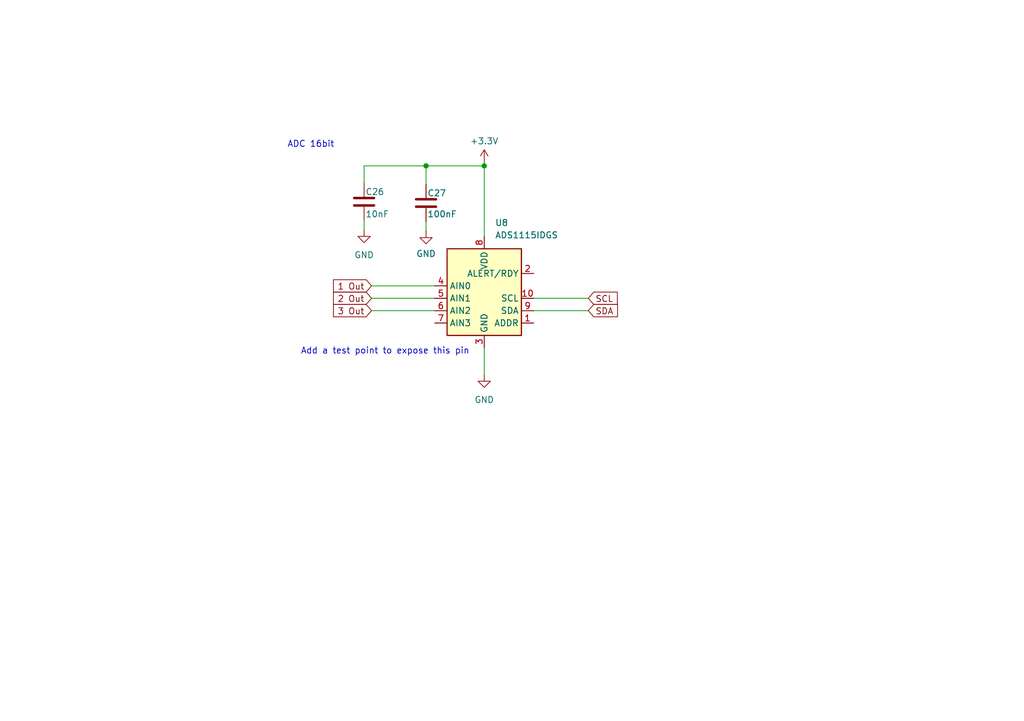
<source format=kicad_sch>
(kicad_sch (version 20231120) (generator "eeschema") (generator_version "8.0")
  (paper "A5")
  (title_block (rev "V1.0") (company "MyoGen Solutions") (comment 1 "Designed By Eng. Ndambia M."))
  (lib_symbols
    (symbol "Analog_ADC:ADS1115IDGS"
      (property "Reference" "U" (at 2.54 13.97 0))
      (property "Value" "ADS1115IDGS" (at 7.62 11.43 0))
      (symbol "ADS1115IDGS_0_1"
        (rectangle (start -7.62 10.16) (end 7.62 -7.62) (stroke (width 0.254)) (fill (type background)))
      )
      (symbol "ADS1115IDGS_1_1"
        (pin input line (at 10.16 -5.08 180) (length 2.54) (name "ADDR") (number "1"))
        (pin input line (at 10.16 0 180) (length 2.54) (name "SCL") (number "10"))
        (pin output line (at 10.16 5.08 180) (length 2.54) (name "ALERT/RDY") (number "2"))
        (pin power_in line (at 0 -10.16 90) (length 2.54) (name "GND") (number "3"))
        (pin input line (at -10.16 2.54 0) (length 2.54) (name "AIN0") (number "4"))
        (pin input line (at -10.16 0 0) (length 2.54) (name "AIN1") (number "5"))
        (pin input line (at -10.16 -2.54 0) (length 2.54) (name "AIN2") (number "6"))
        (pin input line (at -10.16 -5.08 0) (length 2.54) (name "AIN3") (number "7"))
        (pin power_in line (at 0 12.7 270) (length 2.54) (name "VDD") (number "8"))
        (pin bidirectional line (at 10.16 -2.54 180) (length 2.54) (name "SDA") (number "9"))
      )
    )
    (symbol "Device:C" (pin_numbers hide) (pin_names (offset 0.254))
      (property "Reference" "C" (at 0.635 2.54 0))
      (property "Value" "C" (at 0.635 -2.54 0))
      (symbol "C_0_1"
        (polyline (pts (xy -2.032 -0.762) (xy 2.032 -0.762)) (stroke (width 0.508)))
        (polyline (pts (xy -2.032 0.762) (xy 2.032 0.762)) (stroke (width 0.508)))
      )
      (symbol "C_1_1"
        (pin passive line (at 0 3.81 270) (length 2.794) (name "~") (number "1"))
        (pin passive line (at 0 -3.81 90) (length 2.794) (name "~") (number "2"))
      )
    )
    (symbol "power:+3.3V" (power) (pin_numbers hide) (pin_names (offset 0) hide)
      (property "Value" "+3.3V" (at 0 3.556 0))
      (symbol "+3.3V_0_1"
        (polyline (pts (xy -0.762 1.27) (xy 0 2.54)))
        (polyline (pts (xy 0 0) (xy 0 2.54)))
        (polyline (pts (xy 0 2.54) (xy 0.762 1.27)))
      )
      (symbol "+3.3V_1_1"
        (pin power_in line (at 0 0 90) (length 0) (name "~") (number "1"))
      )
    )
    (symbol "power:GND" (power) (pin_numbers hide) (pin_names (offset 0) hide)
      (property "Value" "GND" (at 0 -3.81 0))
      (symbol "GND_0_1"
        (polyline (pts (xy 0 0) (xy 0 -1.27) (xy 1.27 -1.27) (xy 0 -2.54) (xy -1.27 -1.27) (xy 0 -1.27)))
      )
      (symbol "GND_1_1"
        (pin power_in line (at 0 0 270) (length 0) (name "~") (number "1"))
      )
    )
  )
  (junction (at 99.314 34.036))
  (junction (at 87.376 34.036))
  (wire (pts (xy 99.314 48.514) (xy 99.314 34.036)))
  (wire (pts (xy 87.376 37.846) (xy 87.376 34.036)))
  (wire (pts (xy 109.474 63.754) (xy 120.65 63.754)))
  (wire (pts (xy 76.2 58.674) (xy 89.154 58.674)))
  (wire (pts (xy 99.314 34.036) (xy 99.314 33.274)))
  (wire (pts (xy 99.314 71.374) (xy 99.314 76.962)))
  (wire (pts (xy 74.676 37.592) (xy 74.676 34.036)))
  (wire (pts (xy 76.2 61.214) (xy 89.154 61.214)))
  (wire (pts (xy 76.2 63.754) (xy 89.154 63.754)))
  (wire (pts (xy 87.376 45.466) (xy 87.376 47.498)))
  (wire (pts (xy 74.676 34.036) (xy 87.376 34.036)))
  (wire (pts (xy 87.376 34.036) (xy 99.314 34.036)))
  (wire (pts (xy 109.474 61.214) (xy 120.65 61.214)))
  (wire (pts (xy 74.676 45.212) (xy 74.676 47.244)))
  (text "ADC 16bit\n" (at 63.754 29.718 0) (effects (font (size 1.27 1.27))))
  (text "Add a test point to expose this pin\n" (at 78.994 72.136 0) (effects (font (size 1.27 1.27))))
  (global_label "SDA" (shape input) (at 120.65 63.754 0) (property "Intersheetrefs" "${INTERSHEET_REFS}" (effects (hide yes))))
  (global_label "1 Out" (shape input) (at 76.2 58.674 180) (property "Intersheetrefs" "${INTERSHEET_REFS}" (effects (hide yes))))
  (global_label "SCL" (shape input) (at 120.65 61.214 0) (property "Intersheetrefs" "${INTERSHEET_REFS}" (effects (hide yes))))
  (global_label "2 Out" (shape input) (at 76.2 61.214 180) (property "Intersheetrefs" "${INTERSHEET_REFS}" (effects (hide yes))))
  (global_label "3 Out" (shape input) (at 76.2 63.754 180) (property "Intersheetrefs" "${INTERSHEET_REFS}" (effects (hide yes))))
  (symbol (lib_id "power:GND") (at 99.314 76.962 0) (unit 1)
    (property "Reference" "#PWR044" (effects (hide yes)))
    (property "Value" "GND" (at 99.314 82.042 0))
    (property "Description" "Power symbol creates a global label with name \"GND\" , ground" (effects (hide yes)))
  )
  (symbol (lib_id "Analog_ADC:ADS1115IDGS") (at 99.314 61.214 0) (unit 1)
    (property "Reference" "U8" (at 101.5081 45.72 0) (effects (justify left)))
    (property "Value" "ADS1115IDGS" (at 101.5081 48.26 0) (effects (justify left)))
    (property "Footprint" "Package_SO:TSSOP-10_3x3mm_P0.5mm" (effects (hide yes)))
    (property "Datasheet" "http://www.ti.com/lit/ds/symlink/ads1113.pdf" (effects (hide yes)))
    (property "Description" "Ultra-Small, Low-Power, I2C-Compatible, 860-SPS, 16-Bit ADCs With Internal Reference, Oscillator, and Programmable Comparator, VSSOP-10" (effects (hide yes)))
  )
  (symbol (lib_id "Device:C") (at 74.676 41.402 0) (unit 1)
    (property "Reference" "C26" (at 74.93 39.37 0) (effects (justify left)))
    (property "Value" "10nF" (at 74.93 43.942 0) (effects (justify left)))
    (property "Footprint" "Capacitor_SMD:C_0603_1608Metric_Pad1.08x0.95mm_HandSolder" (effects (hide yes)))
  )
  (symbol (lib_id "Device:C") (at 87.376 41.656 0) (unit 1)
    (property "Reference" "C27" (at 87.63 39.624 0) (effects (justify left)))
    (property "Value" "100nF" (at 87.63 43.942 0) (effects (justify left)))
    (property "Footprint" "Capacitor_SMD:C_0603_1608Metric" (effects (hide yes)))
  )
  (symbol (lib_id "power:+3.3V") (at 99.314 33.274 0) (unit 1)
    (property "Reference" "#PWR043" (effects (hide yes)))
    (property "Value" "+3.3V" (at 99.314 28.956 0))
    (property "Description" "Power symbol creates a global label with name \"+3.3V\"" (effects (hide yes)))
  )
  (symbol (lib_id "power:GND") (at 74.676 47.244 0) (unit 1)
    (property "Reference" "#PWR030" (effects (hide yes)))
    (property "Value" "GND" (at 74.676 52.324 0))
    (property "Description" "Power symbol creates a global label with name \"GND\" , ground" (effects (hide yes)))
  )
  (symbol (lib_id "power:GND") (at 87.376 47.498 0) (unit 1)
    (property "Reference" "#PWR031" (effects (hide yes)))
    (property "Value" "GND" (at 87.376 52.07 0))
    (property "Description" "Power symbol creates a global label with name \"GND\" , ground" (effects (hide yes)))
  )
)
</source>
